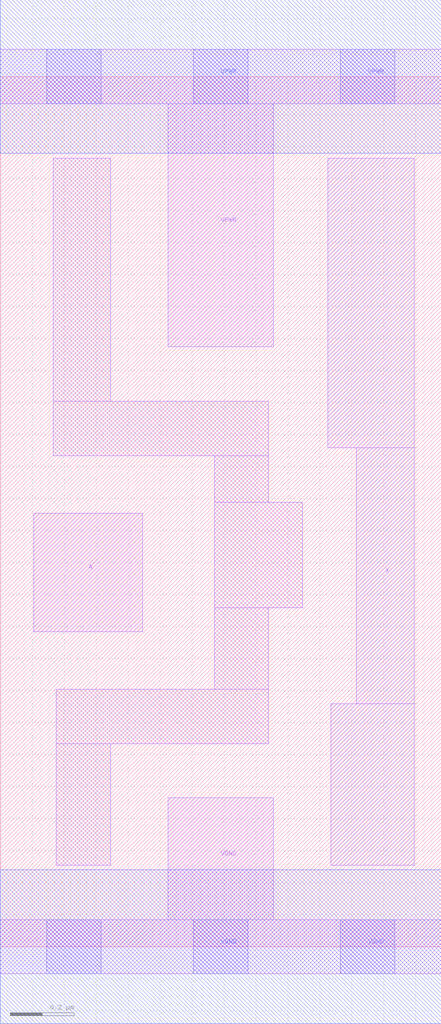
<source format=lef>
# Copyright 2020 The SkyWater PDK Authors
#
# Licensed under the Apache License, Version 2.0 (the "License");
# you may not use this file except in compliance with the License.
# You may obtain a copy of the License at
#
#     https://www.apache.org/licenses/LICENSE-2.0
#
# Unless required by applicable law or agreed to in writing, software
# distributed under the License is distributed on an "AS IS" BASIS,
# WITHOUT WARRANTIES OR CONDITIONS OF ANY KIND, either express or implied.
# See the License for the specific language governing permissions and
# limitations under the License.
#
# SPDX-License-Identifier: Apache-2.0

VERSION 5.7 ;
  NAMESCASESENSITIVE ON ;
  NOWIREEXTENSIONATPIN ON ;
  DIVIDERCHAR "/" ;
  BUSBITCHARS "[]" ;
UNITS
  DATABASE MICRONS 200 ;
END UNITS
MACRO sky130_fd_sc_hd__buf_1
  CLASS CORE ;
  SOURCE USER ;
  FOREIGN sky130_fd_sc_hd__buf_1 ;
  ORIGIN  0.000000  0.000000 ;
  SIZE  1.380000 BY  2.720000 ;
  SYMMETRY X Y R90 ;
  SITE unithd ;
  PIN A
    ANTENNAGATEAREA  0.196500 ;
    DIRECTION INPUT ;
    USE SIGNAL ;
    PORT
      LAYER li1 ;
        RECT 0.105000 0.985000 0.445000 1.355000 ;
    END
  END A
  PIN X
    ANTENNADIFFAREA  0.340600 ;
    DIRECTION OUTPUT ;
    USE SIGNAL ;
    PORT
      LAYER li1 ;
        RECT 1.025000 1.560000 1.295000 2.465000 ;
        RECT 1.035000 0.255000 1.295000 0.760000 ;
        RECT 1.115000 0.760000 1.295000 1.560000 ;
    END
  END X
  PIN VGND
    DIRECTION INOUT ;
    SHAPE ABUTMENT ;
    USE GROUND ;
    PORT
      LAYER li1 ;
        RECT 0.000000 -0.085000 1.380000 0.085000 ;
        RECT 0.525000  0.085000 0.855000 0.465000 ;
      LAYER mcon ;
        RECT 0.145000 -0.085000 0.315000 0.085000 ;
        RECT 0.605000 -0.085000 0.775000 0.085000 ;
        RECT 1.065000 -0.085000 1.235000 0.085000 ;
      LAYER met1 ;
        RECT 0.000000 -0.240000 1.380000 0.240000 ;
    END
  END VGND
  PIN VPWR
    DIRECTION INOUT ;
    SHAPE ABUTMENT ;
    USE POWER ;
    PORT
      LAYER li1 ;
        RECT 0.000000 2.635000 1.380000 2.805000 ;
        RECT 0.525000 1.875000 0.855000 2.635000 ;
      LAYER mcon ;
        RECT 0.145000 2.635000 0.315000 2.805000 ;
        RECT 0.605000 2.635000 0.775000 2.805000 ;
        RECT 1.065000 2.635000 1.235000 2.805000 ;
      LAYER met1 ;
        RECT 0.000000 2.480000 1.380000 2.960000 ;
    END
  END VPWR
  OBS
    LAYER li1 ;
      RECT 0.165000 1.535000 0.840000 1.705000 ;
      RECT 0.165000 1.705000 0.345000 2.465000 ;
      RECT 0.175000 0.255000 0.345000 0.635000 ;
      RECT 0.175000 0.635000 0.840000 0.805000 ;
      RECT 0.670000 0.805000 0.840000 1.060000 ;
      RECT 0.670000 1.060000 0.945000 1.390000 ;
      RECT 0.670000 1.390000 0.840000 1.535000 ;
  END
END sky130_fd_sc_hd__buf_1

</source>
